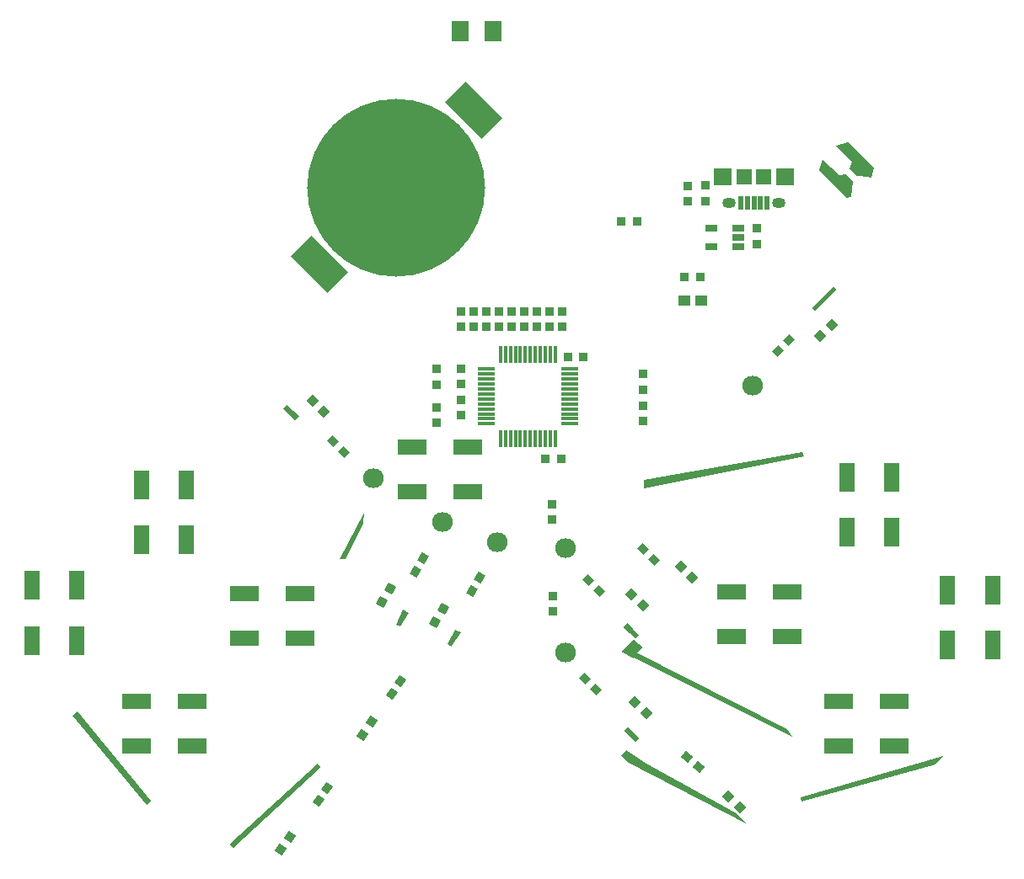
<source format=gbr>
%TF.GenerationSoftware,Novarm,DipTrace,3.0.0.2*%
%TF.CreationDate,2017-10-23T18:10:29+01:00*%
%FSLAX35Y35*%
%MOMM*%
%TF.FileFunction,Soldermask,Top*%
%TF.Part,Single*%
%AMOUTLINE1*
4,1,4,
-2.85318,0.80963,
-0.80963,2.85318,
2.85318,-0.80963,
0.80963,-2.85318,
-2.85318,0.80963,
0*%
%AMOUTLINE4*
4,1,4,
-1.4425,0.75,
1.4425,0.75,
1.4425,-0.75,
-1.4425,-0.75,
-1.4425,0.75,
0*%
%AMOUTLINE7*
4,1,4,
-0.495,0.825,
1.25,0.825,
1.25,-0.825,
-0.495,-0.825,
-0.495,0.825,
0*%
%AMOUTLINE10*
4,1,4,
-1.25,-0.825,
-1.25,0.825,
0.495,0.825,
0.495,-0.825,
-1.25,-0.825,
0*%
%AMOUTLINE13*
4,1,4,
0.6083,0.15395,
0.06341,-0.62427,
-0.6083,-0.15395,
-0.06341,0.62427,
0.6083,0.15395,
0*%
%AMOUTLINE16*
4,1,4,
0.04597,-0.62578,
-0.62578,0.04597,
-0.04597,0.62578,
0.62578,-0.04597,
0.04597,-0.62578,
0*%
%AMOUTLINE19*
4,1,4,
-0.59257,-0.20637,
-0.11757,0.61637,
0.59257,0.20637,
0.11757,-0.61637,
-0.59257,-0.20637,
0*%
%AMOUTLINE22*
4,1,4,
0.07863,-0.62251,
-0.62735,0.01313,
-0.07863,0.62251,
0.62735,-0.01313,
0.07863,-0.62251,
0*%
%AMOUTLINE25*
4,1,4,
0.59257,0.20637,
0.11757,-0.61637,
-0.59257,-0.20637,
-0.11757,0.61637,
0.59257,0.20637,
0*%
%AMOUTLINE28*
4,1,4,
-0.62578,-0.04597,
0.04597,0.62578,
0.62578,0.04597,
-0.04597,-0.62578,
-0.62578,-0.04597,
0*%
%AMOUTLINE31*5,1,4,0,0,1.27281,-169.99984*%
%AMOUTLINE34*5,1,4,0,0,1.27282,-90.0*%
%AMOUTLINE37*5,1,4,0,0,1.27277,-165.00073*%
%AMOUTLINE40*5,1,4,0,0,1.27277,-87.00052*%
%AMOUTLINE43*5,1,4,0,0,1.27277,14.99927*%
%AMOUTLINE46*5,1,4,0,0,1.27282,-180.0*%
%ADD21O,2.06907X1.9718*%
%ADD47R,0.9X0.9*%
%ADD49R,1.2X0.7*%
%ADD51R,0.4X1.7*%
%ADD53R,1.7X0.4*%
%ADD55R,1.6X1.65*%
%ADD57O,1.35X1.05*%
%ADD59R,0.5X1.45*%
%ADD61R,1.76X2.1*%
%ADD65R,1.2X1.1*%
%ADD67R,0.95X0.82*%
%ADD69R,0.82X0.95*%
%ADD71R,2.885X1.5*%
%ADD73R,1.5X2.885*%
%ADD75C,17.88*%
%ADD81OUTLINE1*%
%ADD84OUTLINE4*%
%ADD87OUTLINE7*%
%ADD90OUTLINE10*%
%ADD93OUTLINE13*%
%ADD96OUTLINE16*%
%ADD99OUTLINE19*%
%ADD102OUTLINE22*%
%ADD105OUTLINE25*%
%ADD108OUTLINE28*%
%ADD111OUTLINE31*%
%ADD114OUTLINE34*%
%ADD117OUTLINE37*%
%ADD120OUTLINE40*%
%ADD123OUTLINE43*%
%ADD126OUTLINE46*%
G75*
G01*
%LPD*%
D81*
X4212443Y7251529D3*
X5765957Y8805042D3*
D75*
X4989200Y8028286D3*
D84*
X5149499Y5416272D3*
X5706499D3*
X5149499Y4966272D3*
X5706499D3*
D73*
X2426000Y4482772D3*
Y5039772D3*
X2876000Y4482772D3*
Y5039772D3*
X9513500Y4558772D3*
Y5115772D3*
X9963500Y4558772D3*
Y5115772D3*
D71*
X9989000Y2410772D3*
X9432000D3*
X9989000Y2860772D3*
X9432000D3*
D73*
X1776000Y4026772D3*
Y3469772D3*
X1326000Y4026772D3*
Y3469772D3*
D71*
X3461000Y3948272D3*
X4018000D3*
X3461000Y3498272D3*
X4018000D3*
X8915500Y3510772D3*
X8358500D3*
X8915500Y3960772D3*
X8358500D3*
D73*
X10976000Y3981772D3*
Y3424772D3*
X10526000Y3981772D3*
Y3424772D3*
D71*
X2378000Y2860772D3*
X2935000D3*
X2378000Y2410772D3*
X2935000D3*
D69*
X6524500Y6783272D3*
Y6628272D3*
X5889500Y6625322D3*
Y6780322D3*
X5762500Y6625322D3*
Y6780322D3*
D67*
X6642357Y5295049D3*
X6487357D3*
D69*
X6651500Y6784072D3*
Y6629072D3*
D67*
X6709223Y6325746D3*
X6864223D3*
D69*
X5635500Y6053022D3*
Y6208022D3*
Y5735522D3*
Y5890522D3*
X8610890Y7461976D3*
Y7616976D3*
D67*
X7882657Y7129882D3*
X8037657D3*
D69*
X7917450Y7889352D3*
Y8044352D3*
D65*
X7876683Y6890966D3*
X8046683D3*
D61*
X5632343Y9600616D3*
D59*
X8710300Y7869806D3*
X8645300D3*
X8580300D3*
X8515300D3*
X8450300D3*
D57*
X8830300D3*
X8330300D3*
D87*
X8230300Y8139806D3*
D90*
X8930300D3*
D55*
X8480300D3*
X8680300D3*
D61*
X5956947Y9600616D3*
D69*
X6143500Y6624522D3*
Y6779522D3*
X6397500Y6783272D3*
Y6628272D3*
X5635500Y6784072D3*
Y6629072D3*
X6270500Y6624522D3*
Y6779522D3*
X8094860Y8047746D3*
Y7892746D3*
D93*
X4291460Y1985762D3*
X4202553Y1858796D3*
D69*
X7468413Y5676402D3*
Y5831402D3*
X6554917Y4844389D3*
Y4689389D3*
D96*
X6915500Y4076272D3*
X7025100Y3966672D3*
D99*
X5256000Y4297772D3*
X5178500Y4163539D3*
D96*
X6885500Y3089272D3*
X6995100Y2979672D3*
X7464500Y4394272D3*
X7574100Y4284672D3*
D102*
X7906500Y2304272D3*
X8021687Y2200559D3*
D96*
X4459180Y5367369D3*
X4349580Y5476969D3*
D69*
X6016500Y6625322D3*
Y6780322D3*
X5392247Y5661886D3*
Y5816886D3*
D105*
X5827500Y4107272D3*
X5750000Y3973039D3*
D108*
X8823500Y6379272D3*
X8933100Y6488872D3*
D93*
X5028053Y3065296D3*
X4939147Y2938329D3*
D53*
X5888403Y6201636D3*
Y6151636D3*
Y6101636D3*
Y6051636D3*
Y6001636D3*
Y5951636D3*
Y5901636D3*
Y5851636D3*
Y5801636D3*
Y5751636D3*
Y5701636D3*
Y5651636D3*
D51*
X6033403Y5506636D3*
X6083403D3*
X6133403D3*
X6183403D3*
X6233403D3*
X6283403D3*
X6333403D3*
X6383403D3*
X6433403D3*
X6483403D3*
X6533403D3*
X6583403D3*
D53*
X6728403Y5651636D3*
Y5701636D3*
Y5751636D3*
Y5801636D3*
Y5851636D3*
Y5901636D3*
Y5951636D3*
Y6001636D3*
Y6051636D3*
Y6101636D3*
Y6151636D3*
Y6201636D3*
D51*
X6583403Y6346636D3*
X6533403D3*
X6483403D3*
X6433403D3*
X6383403D3*
X6333403D3*
X6283403D3*
X6233403D3*
X6183403D3*
X6133403D3*
X6083403D3*
X6033403D3*
D49*
X8420390Y7430226D3*
Y7525226D3*
Y7620226D3*
X8150390D3*
Y7430226D3*
D111*
X3828500Y1369272D3*
X3920273Y1500336D3*
D47*
X7468413Y6154602D3*
Y5994602D3*
X6557500Y3763272D3*
Y3923272D3*
D114*
X7463576Y3826623D3*
X7350439Y3939760D3*
D117*
X4843203Y3859899D3*
X4923203Y3998462D3*
D114*
X7495733Y2740973D3*
X7382596Y2854110D3*
X7960649Y4106616D3*
X7847513Y4219753D3*
D120*
X8440333Y1795212D3*
X8321430Y1902276D3*
D114*
X4144501Y5885271D3*
X4257637Y5772135D3*
D47*
X7407500Y7683272D3*
X7247500D3*
X5392247Y6202886D3*
Y6042886D3*
D123*
X5375383Y3656269D3*
X5455383Y3794832D3*
D126*
X9358499Y6647271D3*
X9245362Y6534135D3*
D111*
X4647053Y2525546D3*
X4738827Y2656609D3*
G36*
X1786253Y2756589D2*
X1731750Y2718436D1*
X2475717Y1821862D1*
X2524767Y1862739D1*
X1786253Y2756589D1*
G37*
D21*
X6004313Y4458106D3*
X5449643Y4664566D3*
X6684280Y4401082D3*
X6689137Y3351629D3*
X4754603Y5103102D3*
X8564920Y6037236D3*
G36*
X9405670Y6996842D2*
X9376017Y7031349D1*
X9161433Y6816226D1*
X9196117Y6788069D1*
X9405670Y6996842D1*
G37*
G36*
X9079507Y5326832D2*
X9068833Y5368349D1*
X7477930Y5085322D1*
Y5005436D1*
X9079507Y5326832D1*
G37*
G36*
X8967673Y2506239D2*
X8912680Y2577406D1*
X7400983Y3348446D1*
X7369127Y3297959D1*
X8967673Y2506239D1*
G37*
G36*
X7399737Y3506449D2*
X7421443Y3524686D1*
X7310300Y3649722D1*
X7262543Y3606306D1*
X7386713Y3496899D1*
X7399737Y3506449D1*
G37*
G36*
X7401693Y3341909D2*
X7465683Y3398929D1*
X7371087Y3481272D1*
X7249530Y3359229D1*
X7372067Y3296489D1*
X7372800Y3300302D1*
X7401693Y3341909D1*
G37*
G36*
X9059807Y1850782D2*
X9049130Y1894236D1*
X10479270Y2308979D1*
X10400503Y2228522D1*
X9059807Y1850782D1*
G37*
G36*
X7390613Y2453829D2*
X7428043Y2485019D1*
X7313527Y2606662D1*
X7268093Y2563209D1*
X7390613Y2453829D1*
G37*
G36*
X4234630Y2199296D2*
X4201007Y2237119D1*
X3312577Y1419399D1*
X3351873Y1383572D1*
X4234630Y2199296D1*
G37*
G36*
X5636147Y3552492D2*
X5580897Y3583239D1*
X5498910Y3432632D1*
X5545250Y3411689D1*
X5548130Y3416982D1*
X5636147Y3552492D1*
G37*
G36*
X5027973Y3611712D2*
X5113747Y3752872D1*
X5056890Y3783749D1*
X4983860Y3630336D1*
X5027973Y3611712D1*
G37*
G36*
X4477173Y4290589D2*
X4652010Y4643526D1*
X4660330Y4760866D1*
X4417807Y4289286D1*
X4477173Y4290589D1*
G37*
G36*
X3966933Y5680639D2*
X4008083Y5727062D1*
X3886880Y5839446D1*
X3850057Y5810656D1*
X3966933Y5680639D1*
G37*
G36*
X8514000Y1623949D2*
X8392847Y1739152D1*
X7501107Y2238322D1*
X7299747Y2373692D1*
X7242213Y2319546D1*
X7319750Y2240169D1*
X8514000Y1623949D1*
G37*
G36*
X9560490Y7935729D2*
X9570277Y8092299D1*
X9494833Y8164659D1*
X9436380Y8152352D1*
X9273323Y8307719D1*
X9237943Y8200039D1*
X9506343Y7921376D1*
X9560490Y7935729D1*
G37*
G36*
X9614820Y8146199D2*
X9539443Y8223112D1*
X9567133Y8286182D1*
X9407153Y8450779D1*
X9522523Y8481542D1*
X9785570Y8224652D1*
X9762493Y8124662D1*
X9651740Y8147736D1*
X9614820Y8146199D1*
G37*
M02*

</source>
